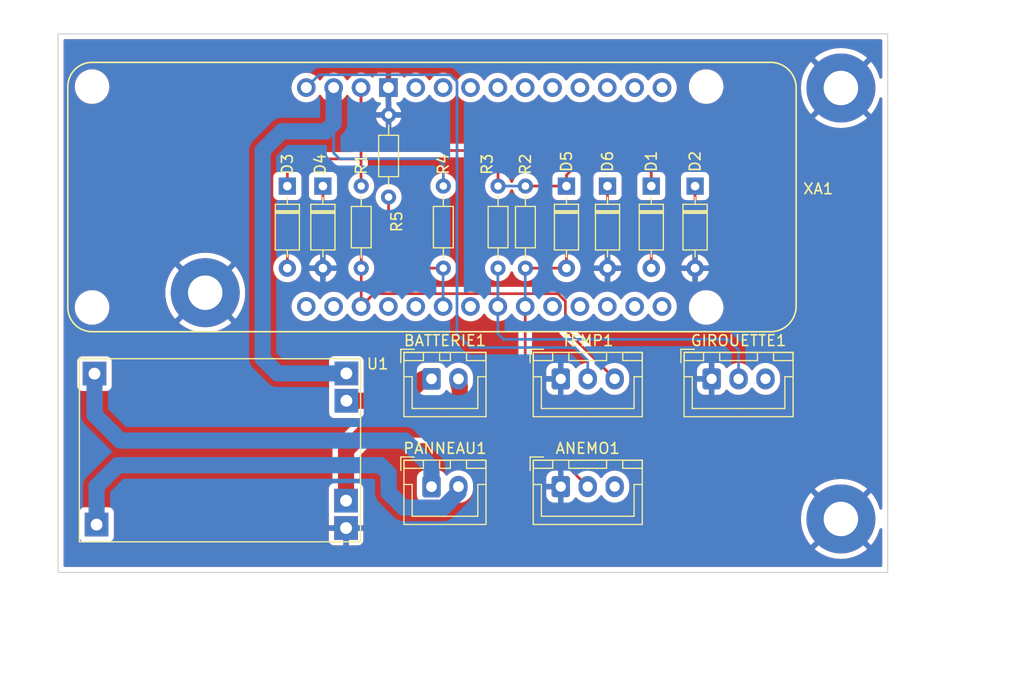
<source format=kicad_pcb>
(kicad_pcb (version 20211014) (generator pcbnew)
  (layers (0 "F.Cu" signal) (31 "B.Cu" signal) (34 "B.Paste" user) (35 "F.Paste" user) (36 "B.SilkS" user "B.Silkscreen") (37 "F.SilkS" user "F.Silkscreen") (38 "B.Mask" user) (39 "F.Mask" user) (44 "Edge.Cuts" user))
  (net 0 "")
  (net 1 "3V3")
  (net 5 "VIN")
  (net 7 "VBridgeBat")
  (net 9 "GND")
  (net 25 "5V")
  (net 26 "VBridgeDir")
  (net 27 "Net-(XA1-PadD0)")
  (net 28 "Net-(BATTERIE1-Pad1)")
  (net 29 "Net-(BATTERIE1-Pad2)")
  (net 30 "Net-(PANNEAU1-Pad1)")
  (net 31 "Net-(PANNEAU1-Pad2)")
  (net 32 "Net-(R1-Pad2)")
  (footprint "Resistor_THT:R_Axial_DIN0204_L3.6mm_D1.6mm_P7.62mm_Horizontal" (layer "F.Cu") (at 125.476 70.104 -90)
    (fp_text reference "R1" (at -2.032 0 90) (layer "F.SilkS"))
    (fp_text value "4.7K" hide)
    (fp_line (start 1.89 0.92) (end 5.73 0.92) (layer "F.SilkS") (width 0.12))
    (fp_line (start 6.68 0) (end 5.73 0) (layer "F.SilkS") (width 0.12))
    (fp_line (start 5.73 -0.92) (end 1.89 -0.92) (layer "F.SilkS") (width 0.12))
    (fp_line (start 5.73 0.92) (end 5.73 -0.92) (layer "F.SilkS") (width 0.12))
    (fp_line (start 1.89 -0.92) (end 1.89 0.92) (layer "F.SilkS") (width 0.12))
    (fp_line (start 0.94 0) (end 1.89 0) (layer "F.SilkS") (width 0.12))
    (pad "1" thru_hole circle (at 0 0 270) (size 1.4 1.4) (drill 0.7) (layers *.Cu *.Mask) (net 1 "3V3"))
    (pad "2" thru_hole oval (at 7.62 0 270) (size 1.4 1.4) (drill 0.7) (layers *.Cu *.Mask) (net 32 "Net-(R1-Pad2)"))
  )
  (footprint "Diode_THT:D_DO-35_SOD27_P7.62mm_Horizontal" (layer "F.Cu") (at 144.526 70.104 -90)
    (fp_text reference "D5" (at -2.286 0 -270) (layer "F.SilkS"))
    (fp_text value "D_Schottky" hide)
    (fp_line (start 1.69 -1.12) (end 1.69 1.12) (layer "F.SilkS") (width 0.12))
    (fp_line (start 1.04 0) (end 1.69 0) (layer "F.SilkS") (width 0.12))
    (fp_line (start 2.29 -1.12) (end 2.29 1.12) (layer "F.SilkS") (width 0.12))
    (fp_line (start 2.53 -1.12) (end 2.53 1.12) (layer "F.SilkS") (width 0.12))
    (fp_line (start 5.93 1.12) (end 5.93 -1.12) (layer "F.SilkS") (width 0.12))
    (fp_line (start 6.58 0) (end 5.93 0) (layer "F.SilkS") (width 0.12))
    (fp_line (start 2.41 -1.12) (end 2.41 1.12) (layer "F.SilkS") (width 0.12))
    (fp_line (start 5.93 -1.12) (end 1.69 -1.12) (layer "F.SilkS") (width 0.12))
    (fp_line (start 1.69 1.12) (end 5.93 1.12) (layer "F.SilkS") (width 0.12))
    (pad "1" thru_hole rect (at 0 0 270) (size 1.6 1.6) (drill 0.8) (layers *.Cu *.Mask) (net 1 "3V3"))
    (pad "2" thru_hole oval (at 7.62 0 270) (size 1.6 1.6) (drill 0.8) (layers *.Cu *.Mask) (net 27 "Net-(XA1-PadD0)"))
  )
  (footprint "Diode_THT:D_DO-35_SOD27_P7.62mm_Horizontal" (layer "F.Cu") (at 152.4 70.104 -90)
    (fp_text reference "D1" (at -2.286 0 90) (layer "F.SilkS"))
    (fp_text value "D_Schottky" hide)
    (fp_line (start 2.41 -1.12) (end 2.41 1.12) (layer "F.SilkS") (width 0.12))
    (fp_line (start 1.69 -1.12) (end 1.69 1.12) (layer "F.SilkS") (width 0.12))
    (fp_line (start 5.93 -1.12) (end 1.69 -1.12) (layer "F.SilkS") (width 0.12))
    (fp_line (start 1.69 1.12) (end 5.93 1.12) (layer "F.SilkS") (width 0.12))
    (fp_line (start 6.58 0) (end 5.93 0) (layer "F.SilkS") (width 0.12))
    (fp_line (start 2.29 -1.12) (end 2.29 1.12) (layer "F.SilkS") (width 0.12))
    (fp_line (start 1.04 0) (end 1.69 0) (layer "F.SilkS") (width 0.12))
    (fp_line (start 5.93 1.12) (end 5.93 -1.12) (layer "F.SilkS") (width 0.12))
    (fp_line (start 2.53 -1.12) (end 2.53 1.12) (layer "F.SilkS") (width 0.12))
    (pad "1" thru_hole rect (at 0 0 270) (size 1.6 1.6) (drill 0.8) (layers *.Cu *.Mask) (net 1 "3V3"))
    (pad "2" thru_hole oval (at 7.62 0 270) (size 1.6 1.6) (drill 0.8) (layers *.Cu *.Mask) (net 26 "VBridgeDir"))
  )
  (footprint "Connector_JST:JST_XH_B2B-XH-A_1x02_P2.50mm_Vertical" (layer "F.Cu") (at 132 98)
    (fp_text reference "PANNEAU1" (at 1.25 -3.55) (layer "F.SilkS"))
    (fp_text value "Conn_01x02_Male" hide)
    (fp_line (start 5.05 -0.2) (end 4.3 -0.2) (layer "F.SilkS") (width 0.12))
    (fp_line (start -2.56 -2.46) (end -2.56 3.51) (layer "F.SilkS") (width 0.12))
    (fp_line (start 5.05 -1.7) (end 5.05 -2.45) (layer "F.SilkS") (width 0.12))
    (fp_line (start 4.3 -0.2) (end 4.3 2.75) (layer "F.SilkS") (width 0.12))
    (fp_line (start 1.75 -1.7) (end 1.75 -2.45) (layer "F.SilkS") (width 0.12))
    (fp_line (start -0.75 -1.7) (end -0.75 -2.45) (layer "F.SilkS") (width 0.12))
    (fp_line (start -2.56 3.51) (end 5.06 3.51) (layer "F.SilkS") (width 0.12))
    (fp_line (start 0.75 -2.45) (end 0.75 -1.7) (layer "F.SilkS") (width 0.12))
    (fp_line (start -2.85 -2.75) (end -2.85 -1.5) (layer "F.SilkS") (width 0.12))
    (fp_line (start -2.55 -2.45) (end -2.55 -1.7) (layer "F.SilkS") (width 0.12))
    (fp_line (start 5.06 -2.46) (end -2.56 -2.46) (layer "F.SilkS") (width 0.12))
    (fp_line (start 3.25 -2.45) (end 3.25 -1.7) (layer "F.SilkS") (width 0.12))
    (fp_line (start -1.8 2.75) (end 1.25 2.75) (layer "F.SilkS") (width 0.12))
    (fp_line (start 5.06 3.51) (end 5.06 -2.46) (layer "F.SilkS") (width 0.12))
    (fp_line (start 3.25 -1.7) (end 5.05 -1.7) (layer "F.SilkS") (width 0.12))
    (fp_line (start 5.05 -2.45) (end 3.25 -2.45) (layer "F.SilkS") (width 0.12))
    (fp_line (start 4.3 2.75) (end 1.25 2.75) (layer "F.SilkS") (width 0.12))
    (fp_line (start 0.75 -1.7) (end 1.75 -1.7) (layer "F.SilkS") (width 0.12))
    (fp_line (start -2.55 -1.7) (end -0.75 -1.7) (layer "F.SilkS") (width 0.12))
    (fp_line (start -0.75 -2.45) (end -2.55 -2.45) (layer "F.SilkS") (width 0.12))
    (fp_line (start -1.8 -0.2) (end -1.8 2.75) (layer "F.SilkS") (width 0.12))
    (fp_line (start -1.6 -2.75) (end -2.85 -2.75) (layer "F.SilkS") (width 0.12))
    (fp_line (start 1.75 -2.45) (end 0.75 -2.45) (layer "F.SilkS") (width 0.12))
    (fp_line (start -2.55 -0.2) (end -1.8 -0.2) (layer "F.SilkS") (width 0.12))
    (pad "1" thru_hole roundrect (at 0 0) (size 1.7 2) (drill 1) (layers *.Cu *.Mask) (roundrect_rratio 0.1470588235) (net 30 "Net-(PANNEAU1-Pad1)"))
    (pad "2" thru_hole oval (at 2.5 0) (size 1.7 2) (drill 1) (layers *.Cu *.Mask) (net 31 "Net-(PANNEAU1-Pad2)"))
  )
  (footprint "MountingHole:MountingHole_3.2mm_M3_Pad_TopBottom" (layer "F.Cu") (at 170 61)
    (fp_text reference "H3" hide)
    (fp_text value "MountingHole_Pad" hide)
    (pad "1" connect circle (at 0 0) (size 6.4 6.4) (layers "B.Cu" "B.Mask") (net 9 "GND"))
    (pad "1" connect circle (at 0 0) (size 6.4 6.4) (layers "F.Cu" "F.Mask") (net 9 "GND"))
    (pad "1" thru_hole circle (at 0 0) (size 3.6 3.6) (drill 3.2) (layers *.Cu *.Mask) (net 9 "GND"))
  )
  (footprint "Diode_THT:D_DO-35_SOD27_P7.62mm_Horizontal" (layer "F.Cu") (at 148.336 70.104 -90)
    (fp_text reference "D6" (at -2.286 0 90) (layer "F.SilkS"))
    (fp_text value "D_Schottky" hide)
    (fp_line (start 1.69 1.12) (end 5.93 1.12) (layer "F.SilkS") (width 0.12))
    (fp_line (start 5.93 1.12) (end 5.93 -1.12) (layer "F.SilkS") (width 0.12))
    (fp_line (start 6.58 0) (end 5.93 0) (layer "F.SilkS") (width 0.12))
    (fp_line (start 2.41 -1.12) (end 2.41 1.12) (layer "F.SilkS") (width 0.12))
    (fp_line (start 2.29 -1.12) (end 2.29 1.12) (layer "F.SilkS") (width 0.12))
    (fp_line (start 1.69 -1.12) (end 1.69 1.12) (layer "F.SilkS") (width 0.12))
    (fp_line (start 1.04 0) (end 1.69 0) (layer "F.SilkS") (width 0.12))
    (fp_line (start 5.93 -1.12) (end 1.69 -1.12) (layer "F.SilkS") (width 0.12))
    (fp_line (start 2.53 -1.12) (end 2.53 1.12) (layer "F.SilkS") (width 0.12))
    (pad "1" thru_hole rect (at 0 0 270) (size 1.6 1.6) (drill 0.8) (layers *.Cu *.Mask) (net 27 "Net-(XA1-PadD0)"))
    (pad "2" thru_hole oval (at 7.62 0 270) (size 1.6 1.6) (drill 0.8) (layers *.Cu *.Mask) (net 9 "GND"))
  )
  (footprint "Resistor_THT:R_Axial_DIN0204_L3.6mm_D1.6mm_P7.62mm_Horizontal" (layer "F.Cu") (at 128.016 71.12 90)
    (fp_text reference "R5" (at -2.286 0.762 90) (layer "F.SilkS"))
    (fp_text value "2.5K" hide)
    (fp_line (start 6.68 0) (end 5.73 0) (layer "F.SilkS") (width 0.12))
    (fp_line (start 1.89 -0.92) (end 1.89 0.92) (layer "F.SilkS") (width 0.12))
    (fp_line (start 0.94 0) (end 1.89 0) (layer "F.SilkS") (width 0.12))
    (fp_line (start 5.73 0.92) (end 5.73 -0.92) (layer "F.SilkS") (width 0.12))
    (fp_line (start 1.89 0.92) (end 5.73 0.92) (layer "F.SilkS") (width 0.12))
    (fp_line (start 5.73 -0.92) (end 1.89 -0.92) (layer "F.SilkS") (width 0.12))
    (pad "1" thru_hole circle (at 0 0 90) (size 1.4 1.4) (drill 0.7) (layers *.Cu *.Mask) (net 7 "VBridgeBat"))
    (pad "2" thru_hole oval (at 7.62 0 90) (size 1.4 1.4) (drill 0.7) (layers *.Cu *.Mask) (net 9 "GND"))
  )
  (footprint "Connector_JST:JST_XH_B2B-XH-A_1x02_P2.50mm_Vertical" (layer "F.Cu") (at 132 88)
    (fp_text reference "BATTERIE1" (at 1.25 -3.55) (layer "F.SilkS"))
    (fp_text value "Conn_01x02_Male" hide)
    (fp_line (start 4.3 2.75) (end 1.25 2.75) (layer "F.SilkS") (width 0.12))
    (fp_line (start 3.25 -1.7) (end 5.05 -1.7) (layer "F.SilkS") (width 0.12))
    (fp_line (start 4.3 -0.2) (end 4.3 2.75) (layer "F.SilkS") (width 0.12))
    (fp_line (start 0.75 -2.45) (end 0.75 -1.7) (layer "F.SilkS") (width 0.12))
    (fp_line (start -1.6 -2.75) (end -2.85 -2.75) (layer "F.SilkS") (width 0.12))
    (fp_line (start -1.8 2.75) (end 1.25 2.75) (layer "F.SilkS") (width 0.12))
    (fp_line (start -2.55 -0.2) (end -1.8 -0.2) (layer "F.SilkS") (width 0.12))
    (fp_line (start -2.85 -2.75) (end -2.85 -1.5) (layer "F.SilkS") (width 0.12))
    (fp_line (start 5.06 -2.46) (end -2.56 -2.46) (layer "F.SilkS") (width 0.12))
    (fp_line (start 5.05 -1.7) (end 5.05 -2.45) (layer "F.SilkS") (width 0.12))
    (fp_line (start -1.8 -0.2) (end -1.8 2.75) (layer "F.SilkS") (width 0.12))
    (fp_line (start 1.75 -2.45) (end 0.75 -2.45) (layer "F.SilkS") (width 0.12))
    (fp_line (start -2.55 -2.45) (end -2.55 -1.7) (layer "F.SilkS") (width 0.12))
    (fp_line (start 1.75 -1.7) (end 1.75 -2.45) (layer "F.SilkS") (width 0.12))
    (fp_line (start -2.56 3.51) (end 5.06 3.51) (layer "F.SilkS") (width 0.12))
    (fp_line (start 0.75 -1.7) (end 1.75 -1.7) (layer "F.SilkS") (width 0.12))
    (fp_line (start 5.05 -0.2) (end 4.3 -0.2) (layer "F.SilkS") (width 0.12))
    (fp_line (start -2.55 -1.7) (end -0.75 -1.7) (layer "F.SilkS") (width 0.12))
    (fp_line (start -2.56 -2.46) (end -2.56 3.51) (layer "F.SilkS") (width 0.12))
    (fp_line (start 3.25 -2.45) (end 3.25 -1.7) (layer "F.SilkS") (width 0.12))
    (fp_line (start -0.75 -2.45) (end -2.55 -2.45) (layer "F.SilkS") (width 0.12))
    (fp_line (start 5.05 -2.45) (end 3.25 -2.45) (layer "F.SilkS") (width 0.12))
    (fp_line (start -0.75 -1.7) (end -0.75 -2.45) (layer "F.SilkS") (width 0.12))
    (fp_line (start 5.06 3.51) (end 5.06 -2.46) (layer "F.SilkS") (width 0.12))
    (pad "1" thru_hole roundrect (at 0 0) (size 1.7 2) (drill 1) (layers *.Cu *.Mask) (roundrect_rratio 0.1470588235) (net 28 "Net-(BATTERIE1-Pad1)"))
    (pad "2" thru_hole oval (at 2.5 0) (size 1.7 2) (drill 1) (layers *.Cu *.Mask) (net 29 "Net-(BATTERIE1-Pad2)"))
  )
  (footprint "Resistor_THT:R_Axial_DIN0204_L3.6mm_D1.6mm_P7.62mm_Horizontal" (layer "F.Cu") (at 140.716 77.724 90)
    (fp_text reference "R2" (at 9.652 0 90) (layer "F.SilkS"))
    (fp_text value "10K" hide)
    (fp_line (start 0.94 0) (end 1.89 0) (layer "F.SilkS") (width 0.12))
    (fp_line (start 1.89 0.92) (end 5.73 0.92) (layer "F.SilkS") (width 0.12))
    (fp_line (start 5.73 -0.92) (end 1.89 -0.92) (layer "F.SilkS") (width 0.12))
    (fp_line (start 6.68 0) (end 5.73 0) (layer "F.SilkS") (width 0.12))
    (fp_line (start 5.73 0.92) (end 5.73 -0.92) (layer "F.SilkS") (width 0.12))
    (fp_line (start 1.89 -0.92) (end 1.89 0.92) (layer "F.SilkS") (width 0.12))
    (pad "1" thru_hole circle (at 0 0 90) (size 1.4 1.4) (drill 0.7) (layers *.Cu *.Mask) (net 27 "Net-(XA1-PadD0)"))
    (pad "2" thru_hole oval (at 7.62 0 90) (size 1.4 1.4) (drill 0.7) (layers *.Cu *.Mask) (net 1 "3V3"))
  )
  (footprint "Diode_THT:D_DO-35_SOD27_P7.62mm_Horizontal" (layer "F.Cu") (at 118.618 70.104 -90)
    (fp_text reference "D3" (at -2.032 0 90) (layer "F.SilkS"))
    (fp_text value "D_Schottky" hide)
    (fp_line (start 5.93 -1.12) (end 1.69 -1.12) (layer "F.SilkS") (width 0.12))
    (fp_line (start 5.93 1.12) (end 5.93 -1.12) (layer "F.SilkS") (width 0.12))
    (fp_line (start 2.53 -1.12) (end 2.53 1.12) (layer "F.SilkS") (width 0.12))
    (fp_line (start 6.58 0) (end 5.93 0) (layer "F.SilkS") (width 0.12))
    (fp_line (start 1.04 0) (end 1.69 0) (layer "F.SilkS") (width 0.12))
    (fp_line (start 2.41 -1.12) (end 2.41 1.12) (layer "F.SilkS") (width 0.12))
    (fp_line (start 1.69 1.12) (end 5.93 1.12) (layer "F.SilkS") (width 0.12))
    (fp_line (start 1.69 -1.12) (end 1.69 1.12) (layer "F.SilkS") (width 0.12))
    (fp_line (start 2.29 -1.12) (end 2.29 1.12) (layer "F.SilkS") (width 0.12))
    (pad "1" thru_hole rect (at 0 0 270) (size 1.6 1.6) (drill 0.8) (layers *.Cu *.Mask) (net 1 "3V3"))
    (pad "2" thru_hole oval (at 7.62 0 270) (size 1.6 1.6) (drill 0.8) (layers *.Cu *.Mask) (net 32 "Net-(R1-Pad2)"))
  )
  (footprint "Connector_JST:JST_XH_B3B-XH-A_1x03_P2.50mm_Vertical" (layer "F.Cu") (at 158 88)
    (fp_text reference "GIROUETTE1" (at 2.5 -3.55) (layer "F.SilkS"))
    (fp_text value "Conn_01x02_Male" hide)
    (fp_line (start 6.8 2.75) (end 2.5 2.75) (layer "F.SilkS") (width 0.12))
    (fp_line (start 7.56 3.51) (end 7.56 -2.46) (layer "F.SilkS") (width 0.12))
    (fp_line (start 5.75 -2.45) (end 5.75 -1.7) (layer "F.SilkS") (width 0.12))
    (fp_line (start 7.55 -2.45) (end 5.75 -2.45) (layer "F.SilkS") (width 0.12))
    (fp_line (start -1.6 -2.75) (end -2.85 -2.75) (layer "F.SilkS") (width 0.12))
    (fp_line (start -2.55 -2.45) (end -2.55 -1.7) (layer "F.SilkS") (width 0.12))
    (fp_line (start -2.56 -2.46) (end -2.56 3.51) (layer "F.SilkS") (width 0.12))
    (fp_line (start 0.75 -1.7) (end 4.25 -1.7) (layer "F.SilkS") (width 0.12))
    (fp_line (start 4.25 -2.45) (end 0.75 -2.45) (layer "F.SilkS") (width 0.12))
    (fp_line (start 4.25 -1.7) (end 4.25 -2.45) (layer "F.SilkS") (width 0.12))
    (fp_line (start -2.56 3.51) (end 7.56 3.51) (layer "F.SilkS") (width 0.12))
    (fp_line (start 7.55 -1.7) (end 7.55 -2.45) (layer "F.SilkS") (width 0.12))
    (fp_line (start -0.75 -1.7) (end -0.75 -2.45) (layer "F.SilkS") (width 0.12))
    (fp_line (start 5.75 -1.7) (end 7.55 -1.7) (layer "F.SilkS") (width 0.12))
    (fp_line (start -1.8 2.75) (end 2.5 2.75) (layer "F.SilkS") (width 0.12))
    (fp_line (start -2.55 -1.7) (end -0.75 -1.7) (layer "F.SilkS") (width 0.12))
    (fp_line (start 0.75 -2.45) (end 0.75 -1.7) (layer "F.SilkS") (width 0.12))
    (fp_line (start 7.56 -2.46) (end -2.56 -2.46) (layer "F.SilkS") (width 0.12))
    (fp_line (start -0.75 -2.45) (end -2.55 -2.45) (layer "F.SilkS") (width 0.12))
    (fp_line (start -2.85 -2.75) (end -2.85 -1.5) (layer "F.SilkS") (width 0.12))
    (fp_line (start -1.8 -0.2) (end -1.8 2.75) (layer "F.SilkS") (width 0.12))
    (fp_line (start 6.8 -0.2) (end 6.8 2.75) (layer "F.SilkS") (width 0.12))
    (fp_line (start -2.55 -0.2) (end -1.8 -0.2) (layer "F.SilkS") (width 0.12))
    (fp_line (start 7.55 -0.2) (end 6.8 -0.2) (layer "F.SilkS") (width 0.12))
    (pad "1" thru_hole roundrect (at 0 0) (size 1.7 1.95) (drill 0.95) (layers *.Cu *.Mask) (roundrect_rratio 0.1470588235) (net 9 "GND"))
    (pad "2" thru_hole oval (at 2.5 0) (size 1.7 1.95) (drill 0.95) (layers *.Cu *.Mask) (net 26 "VBridgeDir"))
    (pad "3" thru_hole oval (at 5 0) (size 1.7 1.95) (drill 0.95) (layers *.Cu *.Mask))
  )
  (footprint "Connector_JST:JST_XH_B3B-XH-A_1x03_P2.50mm_Vertical" (layer "F.Cu") (at 144 88)
    (fp_text reference "TEMP1" (at 2.5 -3.55) (layer "F.SilkS"))
    (fp_text value "Conn_01x03_Male" hide)
    (fp_line (start 4.25 -2.45) (end 0.75 -2.45) (layer "F.SilkS") (width 0.12))
    (fp_line (start 7.55 -0.2) (end 6.8 -0.2) (layer "F.SilkS") (width 0.12))
    (fp_line (start -2.55 -0.2) (end -1.8 -0.2) (layer "F.SilkS") (width 0.12))
    (fp_line (start 6.8 -0.2) (end 6.8 2.75) (layer "F.SilkS") (width 0.12))
    (fp_line (start -1.8 -0.2) (end -1.8 2.75) (layer "F.SilkS") (width 0.12))
    (fp_line (start 7.56 3.51) (end 7.56 -2.46) (layer "F.SilkS") (width 0.12))
    (fp_line (start -1.6 -2.75) (end -2.85 -2.75) (layer "F.SilkS") (width 0.12))
    (fp_line (start -2.56 3.51) (end 7.56 3.51) (layer "F.SilkS") (width 0.12))
    (fp_line (start 7.55 -2.45) (end 5.75 -2.45) (layer "F.SilkS") (width 0.12))
    (fp_line (start -0.75 -1.7) (end -0.75 -2.45) (layer "F.SilkS") (width 0.12))
    (fp_line (start 7.55 -1.7) (end 7.55 -2.45) (layer "F.SilkS") (width 0.12))
    (fp_line (start 5.75 -2.45) (end 5.75 -1.7) (layer "F.SilkS") (width 0.12))
    (fp_line (start -2.56 -2.46) (end -2.56 3.51) (layer "F.SilkS") (width 0.12))
    (fp_line (start 0.75 -2.45) (end 0.75 -1.7) (layer "F.SilkS") (width 0.12))
    (fp_line (start -2.85 -2.75) (end -2.85 -1.5) (layer "F.SilkS") (width 0.12))
    (fp_line (start 5.75 -1.7) (end 7.55 -1.7) (layer "F.SilkS") (width 0.12))
    (fp_line (start -2.55 -1.7) (end -0.75 -1.7) (layer "F.SilkS") (width 0.12))
    (fp_line (start -0.75 -2.45) (end -2.55 -2.45) (layer "F.SilkS") (width 0.12))
    (fp_line (start -2.55 -2.45) (end -2.55 -1.7) (layer "F.SilkS") (width 0.12))
    (fp_line (start 0.75 -1.7) (end 4.25 -1.7) (layer "F.SilkS") (width 0.12))
    (fp_line (start -1.8 2.75) (end 2.5 2.75) (layer "F.SilkS") (width 0.12))
    (fp_line (start 6.8 2.75) (end 2.5 2.75) (layer "F.SilkS") (width 0.12))
    (fp_line (start 7.56 -2.46) (end -2.56 -2.46) (layer "F.SilkS") (width 0.12))
    (fp_line (start 4.25 -1.7) (end 4.25 -2.45) (layer "F.SilkS") (width 0.12))
    (pad "1" thru_hole roundrect (at 0 0) (size 1.7 1.95) (drill 0.95) (layers *.Cu *.Mask) (roundrect_rratio 0.1470588235) (net 9 "GND"))
    (pad "2" thru_hole oval (at 2.5 0) (size 1.7 1.95) (drill 0.95) (layers *.Cu *.Mask) (net 25 "5V"))
    (pad "3" thru_hole oval (at 5 0) (size 1.7 1.95) (drill 0.95) (layers *.Cu *.Mask) (net 32 "Net-(R1-Pad2)"))
  )
  (footprint "MountingHole:MountingHole_3.2mm_M3_Pad_TopBottom" (layer "F.Cu") (at 111 80)
    (fp_text reference "H4" hide)
    (fp_text value "MountingHole_Pad" hide)
    (pad "1" connect circle (at 0 0) (size 6.4 6.4) (layers "B.Cu" "B.Mask") (net 9 "GND"))
    (pad "1" connect circle (at 0 0) (size 6.4 6.4) (layers "F.Cu" "F.Mask") (net 9 "GND"))
    (pad "1" thru_hole circle (at 0 0) (size 3.6 3.6) (drill 3.2) (layers *.Cu *.Mask) (net 9 "GND"))
  )
  (footprint "Resistor_THT:R_Axial_DIN0204_L3.6mm_D1.6mm_P7.62mm_Horizontal" (layer "F.Cu") (at 138.176 70.104 -90)
    (fp_text reference "R3" (at -2.032 1.016 90) (layer "F.SilkS"))
    (fp_text value "10K" hide)
    (fp_line (start 5.73 -0.92) (end 1.89 -0.92) (layer "F.SilkS") (width 0.12))
    (fp_line (start 1.89 -0.92) (end 1.89 0.92) (layer "F.SilkS") (width 0.12))
    (fp_line (start 6.68 0) (end 5.73 0) (layer "F.SilkS") (width 0.12))
    (fp_line (start 0.94 0) (end 1.89 0) (layer "F.SilkS") (width 0.12))
    (fp_line (start 1.89 0.92) (end 5.73 0.92) (layer "F.SilkS") (width 0.12))
    (fp_line (start 5.73 0.92) (end 5.73 -0.92) (layer "F.SilkS") (width 0.12))
    (pad "1" thru_hole circle (at 0 0 270) (size 1.4 1.4) (drill 0.7) (layers *.Cu *.Mask) (net 1 "3V3"))
    (pad "2" thru_hole oval (at 7.62 0 270) (size 1.4 1.4) (drill 0.7) (layers *.Cu *.Mask) (net 26 "VBridgeDir"))
  )
  (footprint "Resistor_THT:R_Axial_DIN0204_L3.6mm_D1.6mm_P7.62mm_Horizontal" (layer "F.Cu") (at 133.096 70.104 -90)
    (fp_text reference "R4" (at -2.032 0 90) (layer "F.SilkS"))
    (fp_text value "1.5K" hide)
    (fp_line (start 1.89 -0.92) (end 1.89 0.92) (layer "F.SilkS") (width 0.12))
    (fp_line (start 6.68 0) (end 5.73 0) (layer "F.SilkS") (width 0.12))
    (fp_line (start 1.89 0.92) (end 5.73 0.92) (layer "F.SilkS") (width 0.12))
    (fp_line (start 5.73 0.92) (end 5.73 -0.92) (layer "F.SilkS") (width 0.12))
    (fp_line (start 5.73 -0.92) (end 1.89 -0.92) (layer "F.SilkS") (width 0.12))
    (fp_line (start 0.94 0) (end 1.89 0) (layer "F.SilkS") (width 0.12))
    (pad "1" thru_hole circle (at 0 0 270) (size 1.4 1.4) (drill 0.7) (layers *.Cu *.Mask) (net 5 "VIN"))
    (pad "2" thru_hole oval (at 7.62 0 270) (size 1.4 1.4) (drill 0.7) (layers *.Cu *.Mask) (net 7 "VBridgeBat"))
  )
  (footprint "Connector_JST:JST_XH_B3B-XH-A_1x03_P2.50mm_Vertical" (layer "F.Cu") (at 144 98)
    (fp_text reference "ANEMO1" (at 2.5 -3.55) (layer "F.SilkS"))
    (fp_text value "Conn_01x02_Male" hide)
    (fp_line (start 5.75 -1.7) (end 7.55 -1.7) (layer "F.SilkS") (width 0.12))
    (fp_line (start -0.75 -2.45) (end -2.55 -2.45) (layer "F.SilkS") (width 0.12))
    (fp_line (start -2.85 -2.75) (end -2.85 -1.5) (layer "F.SilkS") (width 0.12))
    (fp_line (start 6.8 2.75) (end 2.5 2.75) (layer "F.SilkS") (width 0.12))
    (fp_line (start 4.25 -1.7) (end 4.25 -2.45) (layer "F.SilkS") (width 0.12))
    (fp_line (start 4.25 -2.45) (end 0.75 -2.45) (layer "F.SilkS") (width 0.12))
    (fp_line (start -1.6 -2.75) (end -2.85 -2.75) (layer "F.SilkS") (width 0.12))
    (fp_line (start -2.56 3.51) (end 7.56 3.51) (layer "F.SilkS") (width 0.12))
    (fp_line (start 5.75 -2.45) (end 5.75 -1.7) (layer "F.SilkS") (width 0.12))
    (fp_line (start 7.55 -1.7) (end 7.55 -2.45) (layer "F.SilkS") (width 0.12))
    (fp_line (start 7.55 -2.45) (end 5.75 -2.45) (layer "F.SilkS") (width 0.12))
    (fp_line (start -2.55 -2.45) (end -2.55 -1.7) (layer "F.SilkS") (width 0.12))
    (fp_line (start -1.8 -0.2) (end -1.8 2.75) (layer "F.SilkS") (width 0.12))
    (fp_line (start 7.56 -2.46) (end -2.56 -2.46) (layer "F.SilkS") (width 0.12))
    (fp_line (start -2.55 -1.7) (end -0.75 -1.7) (layer "F.SilkS") (width 0.12))
    (fp_line (start 0.75 -2.45) (end 0.75 -1.7) (layer "F.SilkS") (width 0.12))
    (fp_line (start 7.56 3.51) (end 7.56 -2.46) (layer "F.SilkS") (width 0.12))
    (fp_line (start 0.75 -1.7) (end 4.25 -1.7) (layer "F.SilkS") (width 0.12))
    (fp_line (start 6.8 -0.2) (end 6.8 2.75) (layer "F.SilkS") (width 0.12))
    (fp_line (start 7.55 -0.2) (end 6.8 -0.2) (layer "F.SilkS") (width 0.12))
    (fp_line (start -2.55 -0.2) (end -1.8 -0.2) (layer "F.SilkS") (width 0.12))
    (fp_line (start -0.75 -1.7) (end -0.75 -2.45) (layer "F.SilkS") (width 0.12))
    (fp_line (start -1.8 2.75) (end 2.5 2.75) (layer "F.SilkS") (width 0.12))
    (fp_line (start -2.56 -2.46) (end -2.56 3.51) (layer "F.SilkS") (width 0.12))
    (pad "1" thru_hole roundrect (at 0 0) (size 1.7 1.95) (drill 0.95) (layers *.Cu *.Mask) (roundrect_rratio 0.1470588235) (net 9 "GND"))
    (pad "2" thru_hole oval (at 2.5 0) (size 1.7 1.95) (drill 0.95) (layers *.Cu *.Mask) (net 27 "Net-(XA1-PadD0)"))
    (pad "3" thru_hole oval (at 5 0) (size 1.7 1.95) (drill 0.95) (layers *.Cu *.Mask))
  )
  (footprint "TP4056:TP4056" (layer "F.Cu") (at 99.314 103.124 90)
    (fp_text reference "U1" (at 16.51 27.686 unlocked) (layer "F.SilkS"))
    (fp_text value "TP4056" hide)
    (fp_rect (start 0 0) (end 17 26.1) (layer "F.SilkS") (width 0.12) (fill none))
    (pad "1" thru_hole rect (at 15.61102 1.403444 90) (size 2.2 2.2) (drill 1.1) (layers *.Cu *.Mask) (net 30 "Net-(PANNEAU1-Pad1)"))
    (pad "2" thru_hole rect (at 1.6 1.6 90) (size 2.2 2.2) (drill 1.1) (layers *.Cu *.Mask) (net 31 "Net-(PANNEAU1-Pad2)"))
    (pad "3" thru_hole rect (at 13.094344 24.784946 90) (size 2.2 2.2) (drill 1.1) (layers *.Cu *.Mask) (net 28 "Net-(BATTERIE1-Pad1)"))
    (pad "4" thru_hole rect (at 3.82012 24.753193 90) (size 2.2 2.2) (drill 1.1) (layers *.Cu *.Mask) (net 29 "Net-(BATTERIE1-Pad2)"))
    (pad "5" thru_hole rect (at 15.634344 24.784946 90) (size 2.2 2.2) (drill 1.1) (layers *.Cu *.Mask) (net 5 "VIN"))
    (pad "6" thru_hole rect (at 1.28012 24.753193 90) (size 2.2 2.2) (drill 1.1) (layers *.Cu *.Mask) (net 9 "GND"))
  )
  (footprint "Diode_THT:D_DO-35_SOD27_P7.62mm_Horizontal" (layer "F.Cu") (at 121.92 70.104 -90)
    (fp_text reference "D4" (at -2.032 0.254 90) (layer "F.SilkS"))
    (fp_text value "D_Schottky" hide)
    (fp_line (start 2.53 -1.12) (end 2.53 1.12) (layer "F.SilkS") (width 0.12))
    (fp_line (start 1.69 -1.12) (end 1.69 1.12) (layer "F.SilkS") (width 0.12))
    (fp_line (start 6.58 0) (end 5.93 0) (layer "F.SilkS") (width 0.12))
    (fp_line (start 2.29 -1.12) (end 2.29 1.12) (layer "F.SilkS") (width 0.12))
    (fp_line (start 5.93 -1.12) (end 1.69 -1.12) (layer "F.SilkS") (width 0.12))
    (fp_line (start 5.93 1.12) (end 5.93 -1.12) (layer "F.SilkS") (width 0.12))
    (fp_line (start 1.69 1.12) (end 5.93 1.12) (layer "F.SilkS") (width 0.12))
    (fp_line (start 1.04 0) (end 1.69 0) (layer "F.SilkS") (width 0.12))
    (fp_line (start 2.41 -1.12) (end 2.41 1.12) (layer "F.SilkS") (width 0.12))
    (pad "1" thru_hole rect (at 0 0 270) (size 1.6 1.6) (drill 0.8) (layers *.Cu *.Mask) (net 32 "Net-(R1-Pad2)"))
    (pad "2" thru_hole oval (at 7.62 0 270) (size 1.6 1.6) (drill 0.8) (layers *.Cu *.Mask) (net 9 "GND"))
  )
  (footprint "Arduino_Library:Arduino_MKR_FOX_1200_Socket" (layer "F.Cu") (at 100.493 60.87)
    (fp_text reference "XA1" (at 67.401 9.488 unlocked) (layer "F.SilkS"))
    (fp_text value "Arduino_MKR_WAN_1310_Socket" hide)
    (fp_line (start -2.25 20.5) (end -2.25 0) (layer "F.SilkS") (width 0.15))
    (fp_line (start 0 22.75) (end 62.846 22.75) (layer "F.SilkS") (width 0.15))
    (fp_line (start 65.35 20.5) (end 65.35 0) (layer "F.SilkS") (width 0.15))
    (fp_line (start 0 -2.25) (end 62.846 -2.25) (layer "F.SilkS") (width 0.15))
    (fp_arc (start 65.35 20.5) (mid 64.56399 22.143595) (end 62.846 22.75) (layer "F.SilkS") (width 0.15))
    (fp_arc (start 62.846 -2.25) (mid 64.56399 -1.643595) (end 65.35 0) (layer "F.SilkS") (width 0.15))
    (fp_arc (start 0 22.75) (mid -1.59099 22.09099) (end -2.25 20.5) (layer "F.SilkS") (width 0.15))
    (fp_arc (start -2.25 0) (mid -1.59099 -1.59099) (end 0 -2.25) (layer "F.SilkS") (width 0.15))
    (pad "" np_thru_hole circle (at 57 20.5) (size 2.2 2.2) (drill 2.2) (layers F&B.Cu *.Mask))
    (pad "" np_thru_hole circle (at 0 0) (size 2.2 2.2) (drill 2.2) (layers F&B.Cu *.Mask))
    (pad "" np_thru_hole circle (at 0 20.5) (size 2.2 2.2) (drill 2.2) (layers F&B.Cu *.Mask))
    (pad "" np_thru_hole circle (at 57 0) (size 2.2 2.2) (drill 2.2) (layers F&B.Cu *.Mask))
    (pad "3V3" thru_hole circle (at 24.9648 0.09) (size 1.7272 1.7272) (drill 1.016) (layers *.Cu *.Mask) (net 1 "3V3"))
    (pad "5V" thru_hole circle (at 19.8848 0.09) (size 1.7272 1.7272) (drill 1.016) (layers *.Cu *.Mask) (net 25 "5V"))
    (pad "A0" thru_hole circle (at 22.4248 20.41) (size 1.7272 1.7272) (drill 1.016) (layers *.Cu *.Mask))
    (pad "A1" thru_hole circle (at 24.9648 20.41) (size 1.7272 1.7272) (drill 1.016) (layers *.Cu *.Mask) (net 32 "Net-(R1-Pad2)"))
    (pad "A2" thru_hole circle (at 27.5048 20.41) (size 1.7272 1.7272) (drill 1.016) (layers *.Cu *.Mask))
    (pad "A3" thru_hole circle (at 30.0448 20.41) (size 1.7272 1.7272) (drill 1.016) (layers *.Cu *.Mask))
    (pad "A4" thru_hole circle (at 32.5848 20.41) (size 1.7272 1.7272) (drill 1.016) (layers *.Cu *.Mask) (net 7 "VBridgeBat"))
    (pad "A5" thru_hole circle (at 35.1248 20.41) (size 1.7272 1.7272) (drill 1.016) (layers *.Cu *.Mask))
    (pad "A6" thru_hole circle (at 37.6648 20.41) (size 1.7272 1.7272) (drill 1.016) (layers *.Cu *.Mask) (net 26 "VBridgeDir"))
    (pad "AREF" thru_hole circle (at 19.8848 20.41) (size 1.7272 1.7272) (drill 1.016) (layers *.Cu *.Mask))
    (pad "D0" thru_hole circle (at 40.2048 20.41) (size 1.7272 1.7272) (drill 1.016) (layers *.Cu *.Mask) (net 27 "Net-(XA1-PadD0)"))
    (pad "D1" thru_hole circle (at 42.7448 20.41) (size 1.7272 1.7272) (drill 1.016) (layers *.Cu *.Mask))
    (pad "D2" thru_hole circle (at 45.2848 20.41) (size 1.7272 1.7272) (drill 1.016) (layers *.Cu *.Mask))
    (pad "D3" thru_hole circle (at 47.8248 20.41) (size 1.7272 1.7272) (drill 1.016) (layers *.Cu *.Mask))
    (pad "D4" thru_hole circle (at 50.3648 20.41) (size 1.7272 1.7272) (drill 1.016) (layers *.Cu *.Mask))
    (pad "D5" thru_hole circle (at 52.9048 20.41) (size 1.7272 1.7272) (drill 1.016) (layers *.Cu *.Mask))
    (pad "D6" thru_hole circle (at 52.9048 0.09) (size 1.7272 1.7272) (drill 1.016) (layers *.Cu *.Mask))
    (pad "D7" thru_hole circle (at 50.3648 0.09) (size 1.7272 1.7272) (drill 1.016) (layers *.Cu *.Mask))
    (pad "D8" thru_hole circle (at 47.8248 0.09) (size 1.7272 1.7272) (drill 1.016) (layers *.Cu *.Mask))
    (pad "D9" thru_hole circle (at 45.2848 0.09) (size 1.7272 1.7272) (drill 1.016) (layers *.Cu *.Mask))
    (pad "D10" thru_hole circle (at 42.7448 0.09) (size 1.7272 1.7272) (drill 1.016) (layers *.Cu *.Mask))
    (pad "D11" thru_hole circle (at 40.2048 0.09) (size 1.7272 1.7272) (drill 1.016) (layers *.Cu *.Mask))
    (pad "D12" thru_hole circle (at 37.6648 0.09) (size 1.7272 1.7272) (drill 1.016) (layers *.Cu *.Mask))
    (pad "D13" thru_hole circle (at 35.1248 0.09) (size 1.7272 1.7272) (drill 1.016) (layers *.Cu *.Mask))
    (pad "D14" thru_hole circle (at 32.5848 0.09) (size 1.7272 1.7272) (drill 1.016) (layers *.Cu *.Mask))
    (pad "GND" thru_hole rect (at 27.5048 0.09) (size 1.7272 1.7272) (drill 1.016) (layers *.Cu *.Mask) (net 9 "GND"))
    (pad "RST" thru_hole circle (at 30.0448 0.09) (size 1.7272 1.7272) (drill 1.016) (layers *.Cu *.Mask))
    (pad "VIN" thru_hole circle (at 22.4248 0.09) (size 1.7272 1.7272) (drill 1.016) (layers *.Cu *.Mask) (net 5 "VIN"))
  )
  (footprint "MountingHole:MountingHole_3.2mm_M3_Pad_TopBottom" (layer "F.Cu") (at 170 101)
    (fp_text reference "H2" hide)
    (fp_text value "MountingHole_Pad" hide)
    (pad "1" thru_hole circle (at 0 0) (size 3.6 3.6) (drill 3.2) (layers *.Cu *.Mask) (net 9 "GND"))
    (pad "1" connect circle (at 0 0) (size 6.4 6.4) (layers "B.Cu" "B.Mask") (net 9 "GND"))
    (pad "1" connect circle (at 0 0) (size 6.4 6.4) (layers "F.Cu" "F.Mask") (net 9 "GND"))
  )
  (footprint "Diode_THT:D_DO-35_SOD27_P7.62mm_Horizontal" (layer "F.Cu") (at 156.464 70.104 -90)
    (fp_text reference "D2" (at -2.286 0 90) (layer "F.SilkS"))
    (fp_text value "D_Schottky" hide)
    (fp_line (start 2.53 -1.12) (end 2.53 1.12) (layer "F.SilkS") (width 0.12))
    (fp_line (start 2.29 -1.12) (end 2.29 1.12) (layer "F.SilkS") (width 0.12))
    (fp_line (start 1.04 0) (end 1.69 0) (layer "F.SilkS") (width 0.12))
    (fp_line (start 1.69 1.12) (end 5.93 1.12) (layer "F.SilkS") (width 0.12))
    (fp_line (start 6.58 0) (end 5.93 0) (layer "F.SilkS") (width 0.12))
    (fp_line (start 2.41 -1.12) (end 2.41 1.12) (layer "F.SilkS") (width 0.12))
    (fp_line (start 5.93 1.12) (end 5.93 -1.12) (layer "F.SilkS") (width 0.12))
    (fp_line (start 1.69 -1.12) (end 1.69 1.12) (layer "F.SilkS") (width 0.12))
    (fp_line (start 5.93 -1.12) (end 1.69 -1.12) (layer "F.SilkS") (width 0.12))
    (pad "1" thru_hole rect (at 0 0 270) (size 1.6 1.6) (drill 0.8) (layers *.Cu *.Mask) (net 26 "VBridgeDir"))
    (pad "2" thru_hole oval (at 7.62 0 270) (size 1.6 1.6) (drill 0.8) (layers *.Cu *.Mask) (net 9 "GND"))
  )
  (gr_line (start 97.3392 55.9688) (end 174.3392 55.9688) (layer "Edge.Cuts") (width 0.1))
  (gr_line (start 174.3392 105.9688) (end 174.3392 55.9688) (layer "Edge.Cuts") (width 0.1))
  (gr_line (start 97.3392 105.9688) (end 97.3392 55.9688) (layer "Edge.Cuts") (width 0.1))
  (gr_line (start 174.3392 105.9688) (end 97.3392 105.9688) (layer "Edge.Cuts") (width 0.1))
  (segment (start 138.176 70.104) (end 138.176 67.31) (width 0.25) (layer "F.Cu") (net 1))
  (segment (start 145.288 68.326) (end 151.892 68.326) (width 0.25) (layer "F.Cu") (net 1))
  (segment (start 125.4578 70.0858) (end 125.476 70.104) (width 0.25) (layer "F.Cu") (net 1))
  (segment (start 137.668 66.802) (end 137.414 66.802) (width 0.25) (layer "F.Cu") (net 1))
  (segment (start 137.414 66.802) (end 125.984 66.802) (width 0.25) (layer "F.Cu") (net 1))
  (segment (start 118.618 70.104) (end 118.618 68.326) (width 0.25) (layer "F.Cu") (net 1))
  (segment (start 125.4578 66.2758) (end 125.4578 60.96) (width 0.25) (layer "F.Cu") (net 1))
  (segment (start 152.4 68.834) (end 152.4 70.104) (width 0.25) (layer "F.Cu") (net 1))
  (segment (start 151.892 68.326) (end 152.4 68.834) (width 0.25) (layer "F.Cu") (net 1))
  (segment (start 119.3618 67.5822) (end 125.4578 67.5822) (width 0.25) (layer "F.Cu") (net 1))
  (segment (start 125.984 66.802) (end 125.4578 66.2758) (width 0.25) (layer "F.Cu") (net 1))
  (segment (start 138.176 67.31) (end 137.668 66.802) (width 0.25) (layer "F.Cu") (net 1))
  (segment (start 118.618 68.326) (end 119.3618 67.5822) (width 0.25) (layer "F.Cu") (net 1))
  (segment (start 144.526 70.104) (end 140.716 70.104) (width 0.25) (layer "F.Cu") (net 1))
  (segment (start 144.526 69.088) (end 145.288 68.326) (width 0.25) (layer "F.Cu") (net 1))
  (segment (start 125.4578 60.96) (end 125.4578 67.5822) (width 0.25) (layer "F.Cu") (net 1))
  (segment (start 144.526 70.104) (end 144.526 69.088) (width 0.25) (layer "F.Cu") (net 1))
  (segment (start 125.4578 67.5822) (end 125.4578 70.0858) (width 0.25) (layer "F.Cu") (net 1))
  (segment (start 140.716 70.104) (end 138.176 70.104) (width 0.25) (layer "B.Cu") (net 1))
  (segment (start 123.444 67.564) (end 122.9178 67.0378) (width 0.25) (layer "B.Cu") (net 5))
  (segment (start 133.096 68.072) (end 132.588 67.564) (width 0.25) (layer "B.Cu") (net 5))
  (segment (start 116.332 86.106) (end 116.332 66.802) (width 1.5) (layer "B.Cu") (net 5))
  (segment (start 122.9178 64.2802) (end 122.9178 60.96) (width 1.5) (layer "B.Cu") (net 5))
  (segment (start 117.715656 87.489656) (end 116.332 86.106) (width 1.5) (layer "B.Cu") (net 5))
  (segment (start 122.174 65.024) (end 122.9178 64.2802) (width 1.5) (layer "B.Cu") (net 5))
  (segment (start 122.9178 67.0378) (end 122.9178 60.96) (width 0.25) (layer "B.Cu") (net 5))
  (segment (start 132.588 67.564) (end 123.444 67.564) (width 0.25) (layer "B.Cu") (net 5))
  (segment (start 133.096 70.104) (end 133.096 68.072) (width 0.25) (layer "B.Cu") (net 5))
  (segment (start 116.332 66.802) (end 118.11 65.024) (width 1.5) (layer "B.Cu") (net 5))
  (segment (start 118.11 65.024) (end 122.174 65.024) (width 1.5) (layer "B.Cu") (net 5))
  (segment (start 124.098946 87.489656) (end 117.715656 87.489656) (width 1.5) (layer "B.Cu") (net 5))
  (segment (start 133.096 77.724) (end 128.524 77.724) (width 0.25) (layer "F.Cu") (net 7))
  (segment (start 128.524 77.724) (end 128.016 77.216) (width 0.25) (layer "F.Cu") (net 7))
  (segment (start 128.016 77.216) (end 128.016 71.12) (width 0.25) (layer "F.Cu") (net 7))
  (segment (start 133.0778 81.28) (end 133.0778 77.7422) (width 0.25) (layer "B.Cu") (net 7))
  (segment (start 133.0778 77.7422) (end 133.096 77.724) (width 0.25) (layer "B.Cu") (net 7))
  (segment (start 127.9978 60.96) (end 127.9978 63.4818) (width 0.25) (layer "F.Cu") (net 9))
  (segment (start 127.9978 63.4818) (end 128.016 63.5) (width 0.25) (layer "F.Cu") (net 9))
  (segment (start 135.636 85.09) (end 145.288 85.09) (width 0.25) (layer "B.Cu") (net 25))
  (segment (start 146.5 86.302) (end 146.5 88) (width 0.25) (layer "B.Cu") (net 25))
  (segment (start 145.288 85.09) (end 146.5 86.302) (width 0.25) (layer "B.Cu") (net 25))
  (segment (start 134.366 60.404178) (end 134.366 83.82) (width 0.25) (layer "B.Cu") (net 25))
  (segment (start 133.733711 59.771889) (end 134.366 60.404178) (width 0.25) (layer "B.Cu") (net 25))
  (segment (start 120.3778 60.96) (end 121.565911 59.771889) (width 0.25) (layer "B.Cu") (net 25))
  (segment (start 134.366 83.82) (end 135.636 85.09) (width 0.25) (layer "B.Cu") (net 25))
  (segment (start 121.565911 59.771889) (end 133.733711 59.771889) (width 0.25) (layer "B.Cu") (net 25))
  (segment (start 156.464 74.422) (end 156.464 70.104) (width 0.25) (layer "F.Cu") (net 26))
  (segment (start 152.4 76.454) (end 153.416 75.438) (width 0.25) (layer "F.Cu") (net 26))
  (segment (start 155.448 75.438) (end 156.464 74.422) (width 0.25) (layer "F.Cu") (net 26))
  (segment (start 152.4 77.724) (end 152.4 76.454) (width 0.25) (layer "F.Cu") (net 26))
  (segment (start 153.416 75.438) (end 155.448 75.438) (width 0.25) (layer "F.Cu") (net 26))
  (segment (start 160.5 88) (end 160.5 85.316) (width 0.25) (layer "B.Cu") (net 26))
  (segment (start 138.684 84.328) (end 138.1578 83.8018) (width 0.25) (layer "B.Cu") (net 26))
  (segment (start 138.1578 77.7422) (end 138.176 77.724) (width 0.25) (layer "B.Cu") (net 26))
  (segment (start 138.1578 83.8018) (end 138.1578 81.28) (width 0.25) (layer "B.Cu") (net 26))
  (segment (start 154.94 84.328) (end 138.684 84.328) (width 0.25) (layer "B.Cu") (net 26))
  (segment (start 160.5 85.316) (end 159.512 84.328) (width 0.25) (layer "B.Cu") (net 26))
  (segment (start 159.512 84.328) (end 154.94 84.328) (width 0.25) (layer "B.Cu") (net 26))
  (segment (start 138.1578 81.28) (end 138.1578 77.7422) (width 0.25) (layer "B.Cu") (net 26))
  (segment (start 145.796 75.184) (end 147.574 75.184) (width 0.25) (layer "F.Cu") (net 27))
  (segment (start 140.6978 92.1978) (end 140.6978 81.28) (width 0.25) (layer "F.Cu") (net 27))
  (segment (start 144.526 77.724) (end 140.716 77.724) (width 0.25) (layer "F.Cu") (net 27))
  (segment (start 148.336 74.422) (end 148.336 70.104) (width 0.25) (layer "F.Cu") (net 27))
  (segment (start 144.526 77.724) (end 144.526 76.454) (width 0.25) (layer "F.Cu") (net 27))
  (segment (start 147.574 75.184) (end 148.336 74.422) (width 0.25) (layer "F.Cu") (net 27))
  (segment (start 144.526 76.454) (end 145.796 75.184) (width 0.25) (layer "F.Cu") (net 27))
  (segment (start 146.5 98) (end 140.6978 92.1978) (width 0.25) (layer "F.Cu") (net 27))
  (segment (start 140.6978 81.28) (end 140.6978 77.7422) (width 0.25) (layer "B.Cu") (net 27))
  (segment (start 140.6978 77.7422) (end 140.716 77.724) (width 0.25) (layer "B.Cu") (net 27))
  (segment (start 132 88) (end 131.202 88) (width 1.5) (layer "F.Cu") (net 28))
  (segment (start 131.202 88) (end 129.172344 90.029656) (width 1.5) (layer "F.Cu") (net 28))
  (segment (start 129.172344 90.029656) (end 124.098946 90.029656) (width 1.5) (layer "F.Cu") (net 28))
  (segment (start 134.62 91.186) (end 133.096 92.71) (width 1.5) (layer "F.Cu") (net 29))
  (segment (start 133.096 92.71) (end 125.984 92.71) (width 1.5) (layer "F.Cu") (net 29))
  (segment (start 124.067193 94.626807) (end 124.067193 99.30388) (width 1.5) (layer "F.Cu") (net 29))
  (segment (start 134.5 88.546377) (end 134.62 88.666377) (width 1.5) (layer "F.Cu") (net 29))
  (segment (start 134.5 88) (end 134.5 88.546377) (width 1.5) (layer "F.Cu") (net 29))
  (segment (start 125.984 92.71) (end 124.067193 94.626807) (width 1.5) (layer "F.Cu") (net 29))
  (segment (start 134.62 88.666377) (end 134.62 91.186) (width 1.5) (layer "F.Cu") (net 29))
  (segment (start 129.54 93.726) (end 103.124 93.726) (width 1.5) (layer "B.Cu") (net 30))
  (segment (start 132 96.186) (end 129.54 93.726) (width 1.5) (layer "B.Cu") (net 30))
  (segment (start 132 98) (end 132 96.186) (width 1.5) (layer "B.Cu") (net 30))
  (segment (start 100.717444 91.319444) (end 100.717444 87.51298) (width 1.5) (layer "B.Cu") (net 30))
  (segment (start 103.124 93.726) (end 100.717444 91.319444) (width 1.5) (layer "B.Cu") (net 30))
  (segment (start 128.016 96.774) (end 127.254 96.012) (width 1.5) (layer "B.Cu") (net 31))
  (segment (start 127.254 96.012) (end 102.87 96.012) (width 1.5) (layer "B.Cu") (net 31))
  (segment (start 129.41352 99.94952) (end 128.016 98.552) (width 1.5) (layer "B.Cu") (net 31))
  (segment (start 100.914 97.968) (end 100.914 101.524) (width 1.5) (layer "B.Cu") (net 31))
  (segment (start 102.87 96.012) (end 100.914 97.968) (width 1.5) (layer "B.Cu") (net 31))
  (segment (start 134.5 98.546377) (end 133.096857 99.94952) (width 1.5) (layer "B.Cu") (net 31))
  (segment (start 133.096857 99.94952) (end 129.41352 99.94952) (width 1.5) (layer "B.Cu") (net 31))
  (segment (start 134.5 98) (end 134.5 98.546377) (width 1.5) (layer "B.Cu") (net 31))
  (segment (start 128.016 98.552) (end 128.016 96.774) (width 1.5) (layer "B.Cu") (net 31))
  (segment (start 121.158 75.184) (end 121.412 75.184) (width 0.25) (layer "F.Cu") (net 32))
  (segment (start 143.729933 80.091889) (end 126.645911 80.091889) (width 0.25) (layer "F.Cu") (net 32))
  (segment (start 119.634 75.184) (end 121.158 75.184) (width 0.25) (layer "F.Cu") (net 32))
  (segment (start 125.476 81.2618) (end 125.4578 81.28) (width 0.25) (layer "F.Cu") (net 32))
  (segment (start 149 88) (end 144.425911 83.425911) (width 0.25) (layer "F.Cu") (net 32))
  (segment (start 121.412 75.184) (end 121.92 74.676) (width 0.25) (layer "F.Cu") (net 32))
  (segment (start 125.476 77.724) (end 125.476 81.2618) (width 0.25) (layer "F.Cu") (net 32))
  (segment (start 125.476 77.724) (end 125.476 76.2) (width 0.25) (layer "F.Cu") (net 32))
  (segment (start 118.618 77.724) (end 118.618 76.2) (width 0.25) (layer "F.Cu") (net 32))
  (segment (start 144.425911 83.425911) (end 144.425911 80.787867) (width 0.25) (layer "F.Cu") (net 32))
  (segment (start 125.476 76.2) (end 124.46 75.184) (width 0.25) (layer "F.Cu") (net 32))
  (segment (start 144.425911 80.787867) (end 143.729933 80.091889) (width 0.25) (layer "F.Cu") (net 32))
  (segment (start 124.46 75.184) (end 121.158 75.184) (width 0.25) (layer "F.Cu") (net 32))
  (segment (start 126.645911 80.091889) (end 125.4578 81.28) (width 0.25) (layer "F.Cu") (net 32))
  (segment (start 121.92 74.676) (end 121.92 70.104) (width 0.25) (layer "F.Cu") (net 32))
  (segment (start 118.618 76.2) (end 119.634 75.184) (width 0.25) (layer "F.Cu") (net 32))
  (zone (net 9) (net_name "GND") (layers F&B.Cu) (connect_pads (clearance 0.508)) (min_thickness 0.254) (fill yes (thermal_gap 0.508) (thermal_bridge_width 0.508))
    (polygon (pts (xy 184.912 116.332) (xy 91.948 116.332) (xy 92.456 52.832) (xy 184.912 52.832)))
  )
)
</source>
